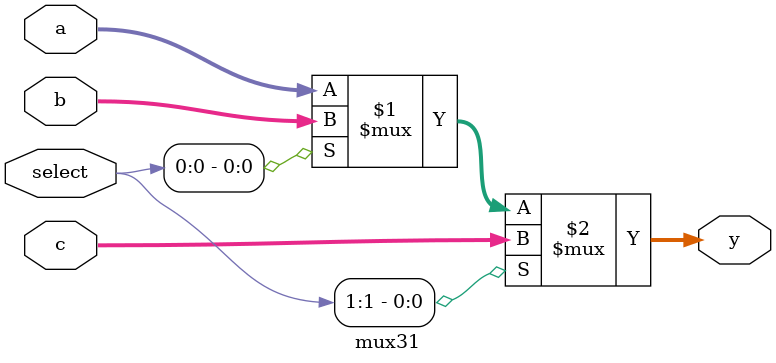
<source format=sv>
module mux31(
    input logic [31:0] a,b,c,
    input logic [1:0] select,
    output logic [31:0] y
    );
    
    assign y = select[1] ? c : (select[0] ? b : a);
    
endmodule
</source>
